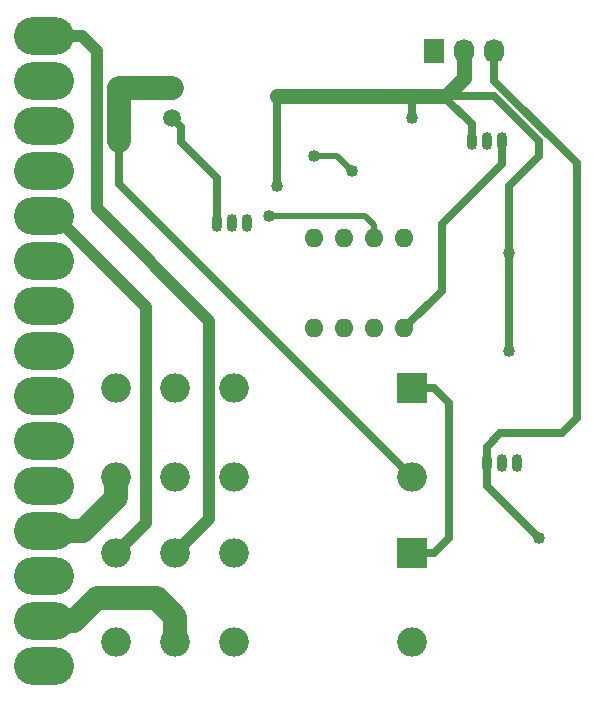
<source format=gbl>
G04 #@! TF.GenerationSoftware,KiCad,Pcbnew,(2017-08-02 revision 9760937)-master*
G04 #@! TF.CreationDate,2017-09-16T10:46:18-07:00*
G04 #@! TF.ProjectId,RCSMCtrl,5243534D4374726C2E6B696361645F70,NC*
G04 #@! TF.SameCoordinates,Original*
G04 #@! TF.FileFunction,Copper,L2,Bot,Signal*
G04 #@! TF.FilePolarity,Positive*
%FSLAX46Y46*%
G04 Gerber Fmt 4.6, Leading zero omitted, Abs format (unit mm)*
G04 Created by KiCad (PCBNEW (2017-08-02 revision 9760937)-master) date Saturday, September 16, 2017 'AMt' 10:46:18 AM*
%MOMM*%
%LPD*%
G01*
G04 APERTURE LIST*
%ADD10R,2.500000X2.500000*%
%ADD11O,2.500000X2.500000*%
%ADD12O,5.080000X3.175000*%
%ADD13C,1.501140*%
%ADD14O,1.600000X1.600000*%
%ADD15R,1.727200X2.032000*%
%ADD16O,1.727200X2.032000*%
%ADD17O,0.899160X1.501140*%
%ADD18C,1.016000*%
%ADD19C,0.635000*%
%ADD20C,2.032000*%
%ADD21C,1.270000*%
%ADD22C,0.508000*%
%ADD23C,1.016000*%
G04 APERTURE END LIST*
D10*
X132080000Y-81280000D03*
D11*
X117080000Y-81280000D03*
X112080000Y-81280000D03*
X107080000Y-81280000D03*
X107080000Y-88780000D03*
X112080000Y-88780000D03*
X117080000Y-88780000D03*
X132080000Y-88780000D03*
D12*
X100965000Y-51435000D03*
X100965000Y-55245000D03*
X100965000Y-59055000D03*
X100965000Y-62865000D03*
X100965000Y-66675000D03*
X100965000Y-70485000D03*
X100965000Y-74295000D03*
X100965000Y-78105000D03*
X100965000Y-81915000D03*
X100965000Y-85725000D03*
X100965000Y-89535000D03*
X100965000Y-93345000D03*
X100965000Y-97155000D03*
X100965000Y-100965000D03*
X100965000Y-104775000D03*
D13*
X111760000Y-58420000D03*
X111760000Y-55880000D03*
D14*
X123825000Y-76200000D03*
X126365000Y-76200000D03*
X128905000Y-76200000D03*
X131445000Y-76200000D03*
X131445000Y-68580000D03*
X128905000Y-68580000D03*
X126365000Y-68580000D03*
X123825000Y-68580000D03*
D15*
X133985000Y-52705000D03*
D16*
X136525000Y-52705000D03*
X139065000Y-52705000D03*
D17*
X139700000Y-87630000D03*
X140970000Y-87630000D03*
X138430000Y-87630000D03*
X138430000Y-60325000D03*
X139700000Y-60325000D03*
X137160000Y-60325000D03*
X116840000Y-67310000D03*
X118110000Y-67310000D03*
X115570000Y-67310000D03*
D11*
X132080000Y-102750000D03*
X117080000Y-102750000D03*
X112080000Y-102750000D03*
X107080000Y-102750000D03*
X107080000Y-95250000D03*
X112080000Y-95250000D03*
X117080000Y-95250000D03*
D10*
X132080000Y-95250000D03*
D18*
X142875000Y-93980000D03*
X107315000Y-60325000D03*
X140335000Y-69850000D03*
X140335000Y-78105000D03*
X120650000Y-64135000D03*
X132080000Y-58420000D03*
X120650000Y-56515000D03*
X127000000Y-62865000D03*
X123825000Y-61595000D03*
X120015000Y-66675000D03*
D19*
X138430000Y-87630000D02*
X138430000Y-86244430D01*
X138430000Y-86244430D02*
X139584430Y-85090000D01*
X139065000Y-55245000D02*
X139065000Y-52705000D01*
X139584430Y-85090000D02*
X144780000Y-85090000D01*
X144780000Y-85090000D02*
X146050000Y-83820000D01*
X146050000Y-83820000D02*
X146050000Y-62230000D01*
X146050000Y-62230000D02*
X139065000Y-55245000D01*
X112510569Y-60440569D02*
X115570000Y-63500000D01*
X115570000Y-63500000D02*
X115570000Y-67310000D01*
X111760000Y-58420000D02*
X112510569Y-59170569D01*
X112510569Y-59170569D02*
X112510569Y-60440569D01*
X138430000Y-87630000D02*
X138430000Y-89535000D01*
X138430000Y-89535000D02*
X142875000Y-93980000D01*
X132080000Y-88780000D02*
X107315000Y-64015000D01*
X107315000Y-64015000D02*
X107315000Y-60325000D01*
D20*
X107315000Y-60325000D02*
X107315000Y-55880000D01*
X107315000Y-55880000D02*
X111760000Y-55880000D01*
D19*
X142875000Y-60325000D02*
X139065000Y-56515000D01*
X139065000Y-56515000D02*
X135001000Y-56515000D01*
X142875000Y-61595000D02*
X142875000Y-60325000D01*
X140335000Y-64135000D02*
X142875000Y-61595000D01*
X140335000Y-69850000D02*
X140335000Y-64135000D01*
X140335000Y-78105000D02*
X140335000Y-69850000D01*
X120650000Y-64135000D02*
X120650000Y-56515000D01*
D21*
X135001000Y-56515000D02*
X132080000Y-56515000D01*
X132080000Y-56515000D02*
X120650000Y-56515000D01*
D19*
X132080000Y-58420000D02*
X132080000Y-56515000D01*
X137160000Y-60325000D02*
X137160000Y-58939430D01*
X137160000Y-58939430D02*
X135001000Y-56780430D01*
X135001000Y-56780430D02*
X135001000Y-56515000D01*
D21*
X136525000Y-52705000D02*
X136525000Y-54991000D01*
X136525000Y-54991000D02*
X135001000Y-56515000D01*
D19*
X132080000Y-81280000D02*
X133965000Y-81280000D01*
X133965000Y-81280000D02*
X135255000Y-82570000D01*
X135255000Y-82570000D02*
X135255000Y-93960000D01*
X135255000Y-93960000D02*
X133965000Y-95250000D01*
X133965000Y-95250000D02*
X132080000Y-95250000D01*
D22*
X123825000Y-61595000D02*
X125730000Y-61595000D01*
X125730000Y-61595000D02*
X127000000Y-62865000D01*
D23*
X112080000Y-95250000D02*
X114935000Y-92395000D01*
X114935000Y-92395000D02*
X114935000Y-75565000D01*
X114935000Y-75565000D02*
X105410000Y-66040000D01*
X105410000Y-66040000D02*
X105410000Y-52705000D01*
X105410000Y-52705000D02*
X104140000Y-51435000D01*
X104140000Y-51435000D02*
X100965000Y-51435000D01*
D19*
X134620000Y-67354902D02*
X134620000Y-73025000D01*
X134620000Y-73025000D02*
X131445000Y-76200000D01*
X139700000Y-60325000D02*
X139700000Y-62274902D01*
X139700000Y-62274902D02*
X134620000Y-67354902D01*
D22*
X121285000Y-66675000D02*
X120015000Y-66675000D01*
X128131370Y-66675000D02*
X121285000Y-66675000D01*
X128905000Y-68580000D02*
X128905000Y-67448630D01*
X128905000Y-67448630D02*
X128131370Y-66675000D01*
D20*
X107080000Y-88780000D02*
X107080000Y-90547766D01*
X107080000Y-90547766D02*
X104282766Y-93345000D01*
X104282766Y-93345000D02*
X100965000Y-93345000D01*
X112062766Y-100965000D02*
X112062766Y-100632766D01*
X112062766Y-100632766D02*
X110490000Y-99060000D01*
X100965000Y-100965000D02*
X103505000Y-100965000D01*
X103505000Y-100965000D02*
X105410000Y-99060000D01*
X105410000Y-99060000D02*
X110490000Y-99060000D01*
X112080000Y-100982234D02*
X112080000Y-102750000D01*
X112062766Y-100965000D02*
X112080000Y-100982234D01*
D23*
X109620000Y-92710000D02*
X109620000Y-74377500D01*
X109620000Y-74377500D02*
X101917500Y-66675000D01*
X101917500Y-66675000D02*
X100965000Y-66675000D01*
X107080000Y-95250000D02*
X109620000Y-92710000D01*
M02*

</source>
